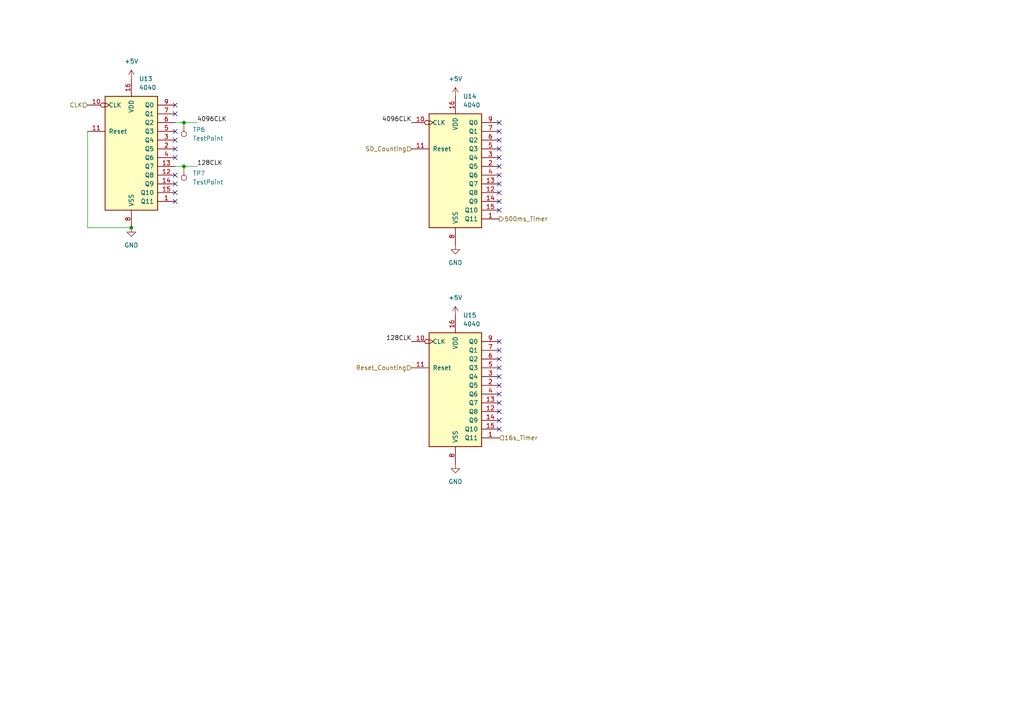
<source format=kicad_sch>
(kicad_sch (version 20231120) (generator "eeschema") (generator_version "8.0")
  (paper "A4")
  (lib_symbols
    (symbol "4xxx:4040" (pin_names (offset 1.016))
      (property "Reference" "U" (at -7.62 16.51 0))
      (property "Value" "4040" (at -7.62 -19.05 0))
      (symbol "4040_1_0"
        (pin output line (at 12.7 -15.24 180) (length 5.08) (name "Q11") (number "1"))
        (pin input inverted_clock (at -12.7 12.7 0) (length 5.08) (name "CLK") (number "10"))
        (pin input line (at -12.7 5.08 0) (length 5.08) (name "Reset") (number "11"))
        (pin output line (at 12.7 -7.62 180) (length 5.08) (name "Q8") (number "12"))
        (pin output line (at 12.7 -5.08 180) (length 5.08) (name "Q7") (number "13"))
        (pin output line (at 12.7 -10.16 180) (length 5.08) (name "Q9") (number "14"))
        (pin output line (at 12.7 -12.7 180) (length 5.08) (name "Q10") (number "15"))
        (pin power_in line (at 0 20.32 270) (length 5.08) (name "VDD") (number "16"))
        (pin output line (at 12.7 0 180) (length 5.08) (name "Q5") (number "2"))
        (pin output line (at 12.7 2.54 180) (length 5.08) (name "Q4") (number "3"))
        (pin output line (at 12.7 -2.54 180) (length 5.08) (name "Q6") (number "4"))
        (pin output line (at 12.7 5.08 180) (length 5.08) (name "Q3") (number "5"))
        (pin output line (at 12.7 7.62 180) (length 5.08) (name "Q2") (number "6"))
        (pin output line (at 12.7 10.16 180) (length 5.08) (name "Q1") (number "7"))
        (pin power_in line (at 0 -22.86 90) (length 5.08) (name "VSS") (number "8"))
        (pin output line (at 12.7 12.7 180) (length 5.08) (name "Q0") (number "9"))
      )
      (symbol "4040_1_1"
        (rectangle (start -7.62 15.24) (end 7.62 -17.78) (stroke (width 0.254)) (fill (type background)))
      )
    )
    (symbol "Connector:TestPoint" (pin_numbers hide) (pin_names (offset 0.762) hide)
      (property "Reference" "TP" (at 0 6.858 0))
      (property "Value" "TestPoint" (at 0 5.08 0))
      (symbol "TestPoint_0_1"
        (circle (center 0 3.302) (radius 0.762))
      )
      (symbol "TestPoint_1_1"
        (pin passive line (at 0 0 90) (length 2.54) (name "1") (number "1"))
      )
    )
    (symbol "power:+5V" (power) (pin_numbers hide) (pin_names (offset 0) hide)
      (property "Value" "+5V" (at 0 3.556 0))
      (symbol "+5V_0_1"
        (polyline (pts (xy -0.762 1.27) (xy 0 2.54)))
        (polyline (pts (xy 0 0) (xy 0 2.54)))
        (polyline (pts (xy 0 2.54) (xy 0.762 1.27)))
      )
      (symbol "+5V_1_1"
        (pin power_in line (at 0 0 90) (length 0) (name "~") (number "1"))
      )
    )
    (symbol "power:GND" (power) (pin_numbers hide) (pin_names (offset 0) hide)
      (property "Value" "GND" (at 0 -3.81 0))
      (symbol "GND_0_1"
        (polyline (pts (xy 0 0) (xy 0 -1.27) (xy 1.27 -1.27) (xy 0 -2.54) (xy -1.27 -1.27) (xy 0 -1.27)))
      )
      (symbol "GND_1_1"
        (pin power_in line (at 0 0 270) (length 0) (name "~") (number "1"))
      )
    )
  )
  (junction (at 53.34 48.26))
  (junction (at 38.1 66.04))
  (junction (at 53.34 35.56))
  (no_connect (at 144.78 104.14))
  (no_connect (at 144.78 53.34))
  (no_connect (at 144.78 109.22))
  (no_connect (at 144.78 111.76))
  (no_connect (at 144.78 43.18))
  (no_connect (at 144.78 99.06))
  (no_connect (at 144.78 124.46))
  (no_connect (at 144.78 50.8))
  (no_connect (at 50.8 38.1))
  (no_connect (at 50.8 58.42))
  (no_connect (at 144.78 38.1))
  (no_connect (at 144.78 58.42))
  (no_connect (at 144.78 116.84))
  (no_connect (at 144.78 106.68))
  (no_connect (at 50.8 40.64))
  (no_connect (at 144.78 101.6))
  (no_connect (at 144.78 45.72))
  (no_connect (at 50.8 45.72))
  (no_connect (at 144.78 121.92))
  (no_connect (at 144.78 114.3))
  (no_connect (at 144.78 35.56))
  (no_connect (at 50.8 33.02))
  (no_connect (at 50.8 55.88))
  (no_connect (at 144.78 40.64))
  (no_connect (at 144.78 119.38))
  (no_connect (at 50.8 43.18))
  (no_connect (at 50.8 53.34))
  (no_connect (at 144.78 55.88))
  (no_connect (at 50.8 50.8))
  (no_connect (at 144.78 60.96))
  (no_connect (at 50.8 30.48))
  (no_connect (at 144.78 48.26))
  (wire (pts (xy 25.4 66.04) (xy 38.1 66.04)))
  (wire (pts (xy 53.34 35.56) (xy 50.8 35.56)))
  (wire (pts (xy 53.34 48.26) (xy 50.8 48.26)))
  (wire (pts (xy 57.15 35.56) (xy 53.34 35.56)))
  (wire (pts (xy 25.4 38.1) (xy 25.4 66.04)))
  (wire (pts (xy 57.15 48.26) (xy 53.34 48.26)))
  (label "4096CLK" (at 119.38 35.56 180))
  (label "4096CLK" (at 57.15 35.56 0))
  (label "128CLK" (at 119.38 99.06 180))
  (label "128CLK" (at 57.15 48.26 0))
  (hierarchical_label "Reset_Counting" (shape input) (at 119.38 106.68 180))
  (hierarchical_label "SD_Counting" (shape input) (at 119.38 43.18 180))
  (hierarchical_label "16s_Timer" (shape input) (at 144.78 127 0))
  (hierarchical_label "CLK" (shape input) (at 25.4 30.48 180))
  (hierarchical_label "500ms_Timer" (shape output) (at 144.78 63.5 0))
  (symbol (lib_id "power:+5V") (at 132.08 27.94 0) (unit 1)
    (property "Reference" "#PWR028" (effects (hide yes)))
    (property "Value" "+5V" (at 132.08 22.86 0))
    (property "Description" "Power symbol creates a global label with name \"+5V\"" (effects (hide yes)))
  )
  (symbol (lib_id "4xxx:4040") (at 38.1 43.18 0) (unit 1)
    (property "Reference" "U13" (at 40.2941 22.86 0) (effects (justify left)))
    (property "Value" "4040" (at 40.2941 25.4 0) (effects (justify left)))
    (property "Footprint" "Package_DIP:DIP-16_W7.62mm_Socket" (effects (hide yes)))
    (property "Datasheet" "http://www.intersil.com/content/dam/Intersil/documents/cd40/cd4020bms-24bms-40bms.pdf" (effects (hide yes)))
    (property "Description" "Binary Counter 12 stages (Asynchronous)" (effects (hide yes)))
  )
  (symbol (lib_id "power:GND") (at 132.08 71.12 0) (unit 1)
    (property "Reference" "#PWR030" (effects (hide yes)))
    (property "Value" "GND" (at 132.08 76.2 0))
    (property "Description" "Power symbol creates a global label with name \"GND\" , ground" (effects (hide yes)))
  )
  (symbol (lib_id "Connector:TestPoint") (at 53.34 48.26 180) (unit 1)
    (property "Reference" "TP7" (at 55.88 50.2919 0) (effects (justify right)))
    (property "Value" "TestPoint" (at 55.88 52.8319 0) (effects (justify right)))
    (property "Footprint" "TestPoint:TestPoint_Pad_D2.0mm" (effects (hide yes)))
    (property "Description" "test point" (effects (hide yes)))
  )
  (symbol (lib_id "4xxx:4040") (at 132.08 111.76 0) (unit 1)
    (property "Reference" "U15" (at 134.2741 91.44 0) (effects (justify left)))
    (property "Value" "4040" (at 134.2741 93.98 0) (effects (justify left)))
    (property "Footprint" "Package_DIP:DIP-16_W7.62mm_Socket" (effects (hide yes)))
    (property "Datasheet" "http://www.intersil.com/content/dam/Intersil/documents/cd40/cd4020bms-24bms-40bms.pdf" (effects (hide yes)))
    (property "Description" "Binary Counter 12 stages (Asynchronous)" (effects (hide yes)))
  )
  (symbol (lib_id "power:+5V") (at 132.08 91.44 0) (unit 1)
    (property "Reference" "#PWR031" (effects (hide yes)))
    (property "Value" "+5V" (at 132.08 86.36 0))
    (property "Description" "Power symbol creates a global label with name \"+5V\"" (effects (hide yes)))
  )
  (symbol (lib_id "4xxx:4040") (at 132.08 48.26 0) (unit 1)
    (property "Reference" "U14" (at 134.2741 27.94 0) (effects (justify left)))
    (property "Value" "4040" (at 134.2741 30.48 0) (effects (justify left)))
    (property "Footprint" "Package_DIP:DIP-16_W7.62mm_Socket" (effects (hide yes)))
    (property "Datasheet" "http://www.intersil.com/content/dam/Intersil/documents/cd40/cd4020bms-24bms-40bms.pdf" (effects (hide yes)))
    (property "Description" "Binary Counter 12 stages (Asynchronous)" (effects (hide yes)))
  )
  (symbol (lib_id "Connector:TestPoint") (at 53.34 35.56 180) (unit 1)
    (property "Reference" "TP6" (at 55.88 37.5919 0) (effects (justify right)))
    (property "Value" "TestPoint" (at 55.88 40.1319 0) (effects (justify right)))
    (property "Footprint" "TestPoint:TestPoint_Pad_D2.0mm" (effects (hide yes)))
    (property "Description" "test point" (effects (hide yes)))
  )
  (symbol (lib_id "power:GND") (at 38.1 66.04 0) (unit 1)
    (property "Reference" "#PWR029" (effects (hide yes)))
    (property "Value" "GND" (at 38.1 71.12 0))
    (property "Description" "Power symbol creates a global label with name \"GND\" , ground" (effects (hide yes)))
  )
  (symbol (lib_id "power:+5V") (at 38.1 22.86 0) (unit 1)
    (property "Reference" "#PWR027" (effects (hide yes)))
    (property "Value" "+5V" (at 38.1 17.78 0))
    (property "Description" "Power symbol creates a global label with name \"+5V\"" (effects (hide yes)))
  )
  (symbol (lib_id "power:GND") (at 132.08 134.62 0) (unit 1)
    (property "Reference" "#PWR032" (effects (hide yes)))
    (property "Value" "GND" (at 132.08 139.7 0))
    (property "Description" "Power symbol creates a global label with name \"GND\" , ground" (effects (hide yes)))
  )
)
</source>
